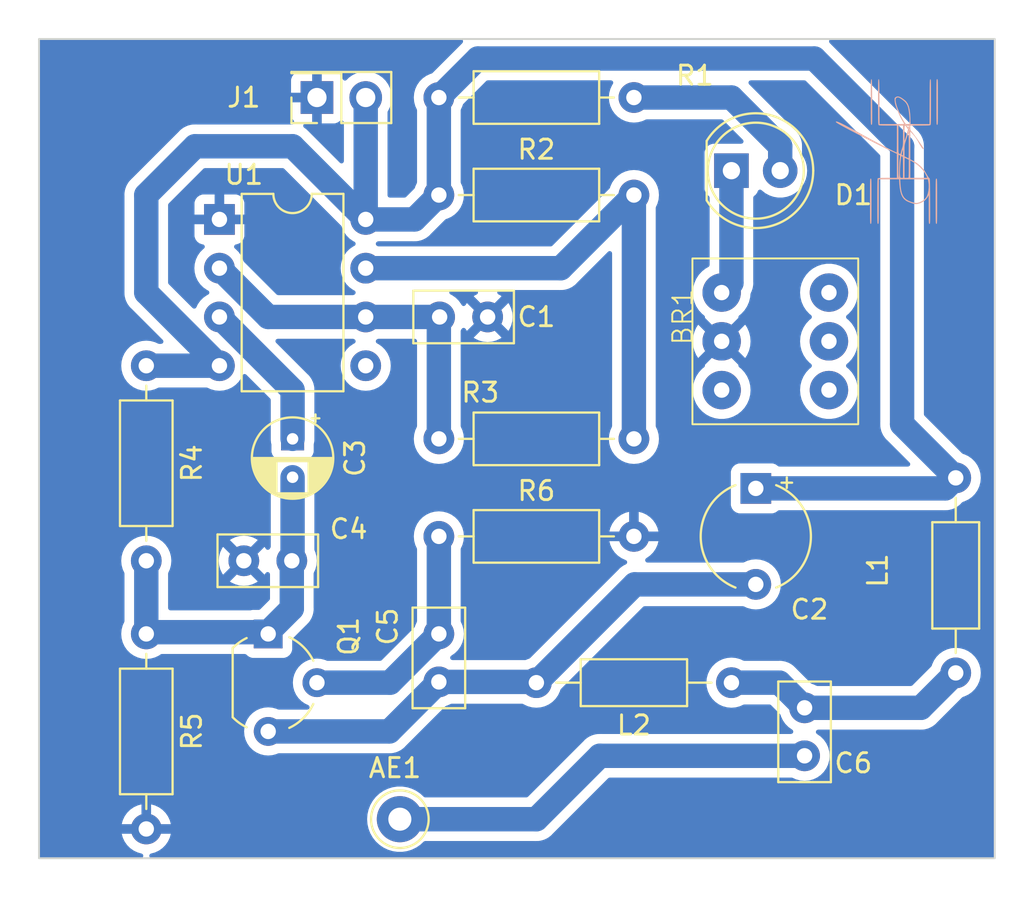
<source format=kicad_pcb>
(kicad_pcb (version 20221018) (generator pcbnew)
  (title_block (title "Jammer 555") (date "2023-12-27") (rev "1.0") (company "IFSP-GRU") (comment 1 "Israel R. Dutra"))
  (layers (0 "F.Cu" signal) (31 "B.Cu" signal) (34 "B.Paste" user) (35 "F.Paste" user) (36 "B.SilkS" user "B.Silkscreen") (37 "F.SilkS" user "F.Silkscreen") (38 "B.Mask" user) (39 "F.Mask" user) (44 "Edge.Cuts" user))
  (net 0 "")
  (net 1 "Net-(AE1-A)")
  (net 3 "Earth")
  (net 4 "Net-(D1-K)")
  (net 8 "Net-(U1-THR)")
  (net 9 "+9V")
  (net 10 "Net-(Q1-C)")
  (net 11 "/OUT")
  (net 12 "Net-(Q1-B)")
  (net 13 "Net-(Q1-E)")
  (net 14 "Net-(C6-Pad1)")
  (net 15 "Net-(D1-A)")
  (net 16 "Net-(U1-DIS)")
  (footprint "Resistor_THT:R_Axial_DIN0207_L6.3mm_D2.5mm_P10.16mm_Horizontal" (layer "F.Cu") (at 195.58 104.14)
    (fp_text reference "R2" (at 5.08 -2.37) (layer "F.SilkS"))
    (fp_text value "6.8K")
    (pad "1" thru_hole circle (at 0 0) (size 1.6 1.6) (drill 0.8) (layers "*.Cu" "*.Mask") (net 9 "+9V"))
    (pad "2" thru_hole oval (at 10.16 0) (size 1.6 1.6) (drill 0.8) (layers "*.Cu" "*.Mask") (net 16 "Net-(U1-DIS)"))
  )
  (footprint "Package_TO_SOT_THT:TO-92_Wide" (layer "F.Cu") (at 186.69 127 -90)
    (fp_text reference "Q1" (at 0.127 -4.19 -90) (layer "F.SilkS"))
    (fp_text value "BC495")
    (pad "1" thru_hole rect (at 0 0 270) (size 1.5 1.5) (drill 0.8) (layers "*.Cu" "*.Mask") (net 12 "Net-(Q1-B)"))
    (pad "2" thru_hole circle (at 2.54 -2.54 270) (size 1.5 1.5) (drill 0.8) (layers "*.Cu" "*.Mask") (net 13 "Net-(Q1-E)"))
    (pad "3" thru_hole circle (at 5.08 0 270) (size 1.5 1.5) (drill 0.8) (layers "*.Cu" "*.Mask") (net 10 "Net-(Q1-C)"))
  )
  (footprint "Capacitor_THT:CP_Radial_D4.0mm_P2.00mm" (layer "F.Cu") (at 187.96 116.84 -90)
    (fp_text reference "C3" (at 1 -3.25 90) (layer "F.SilkS"))
    (fp_text value "4.7uF")
    (pad "1" thru_hole rect (at 0 0 270) (size 1.2 1.2) (drill 0.6) (layers "*.Cu" "*.Mask") (net 11 "/OUT"))
    (pad "2" thru_hole circle (at 2 0 270) (size 1.2 1.2) (drill 0.6) (layers "*.Cu" "*.Mask") (net 12 "Net-(Q1-B)"))
  )
  (footprint "Capacitor_THT:C_Disc_D5.0mm_W2.5mm_P2.50mm" (layer "F.Cu") (at 214.63 130.85 -90)
    (fp_text reference "C6" (at 2.881 -2.54 -180) (layer "F.SilkS"))
    (fp_text value "4.7pF")
    (pad "1" thru_hole circle (at 0 0 270) (size 1.6 1.6) (drill 0.8) (layers "*.Cu" "*.Mask") (net 14 "Net-(C6-Pad1)"))
    (pad "2" thru_hole circle (at 2.5 0 270) (size 1.6 1.6) (drill 0.8) (layers "*.Cu" "*.Mask") (net 1 "Net-(AE1-A)"))
  )
  (footprint "Capacitor_THT:C_Disc_D5.0mm_W2.5mm_P2.50mm" (layer "F.Cu") (at 187.92 123.19 180)
    (fp_text reference "C4" (at -2.961 1.651) (layer "F.SilkS"))
    (fp_text value "47pF")
    (pad "1" thru_hole circle (at 0 0 180) (size 1.6 1.6) (drill 0.8) (layers "*.Cu" "*.Mask") (net 12 "Net-(Q1-B)"))
    (pad "2" thru_hole circle (at 2.5 0 180) (size 1.6 1.6) (drill 0.8) (layers "*.Cu" "*.Mask") (net 3 "Earth"))
  )
  (footprint "Inductor_THT:L_Axial_L5.3mm_D2.2mm_P10.16mm_Horizontal_Vishay_IM-1" (layer "F.Cu") (at 210.82 129.54 180)
    (fp_text reference "L2" (at 5.08 -2.22) (layer "F.SilkS"))
    (fp_text value "4 turn")
    (pad "1" thru_hole circle (at 0 0 180) (size 1.6 1.6) (drill 0.8) (layers "*.Cu" "*.Mask") (net 14 "Net-(C6-Pad1)"))
    (pad "2" thru_hole oval (at 10.16 0 180) (size 1.6 1.6) (drill 0.8) (layers "*.Cu" "*.Mask") (net 10 "Net-(Q1-C)"))
  )
  (footprint "Capacitor_THT:CP_Radial_Tantal_D5.5mm_P5.00mm" (layer "F.Cu") (at 212.09 119.42 -90)
    (fp_text reference "C2" (at 6.31 -2.794) (layer "F.SilkS"))
    (fp_text value "30pF")
    (pad "1" thru_hole rect (at 0 0 270) (size 1.6 1.6) (drill 0.8) (layers "*.Cu" "*.Mask") (net 9 "+9V"))
    (pad "2" thru_hole circle (at 5 0 270) (size 1.6 1.6) (drill 0.8) (layers "*.Cu" "*.Mask") (net 10 "Net-(Q1-C)"))
  )
  (footprint "Capacitor_THT:C_Disc_D5.0mm_W2.5mm_P2.50mm" (layer "F.Cu") (at 195.58 129.5 90)
    (fp_text reference "C5" (at 2.881 -2.667 90) (layer "F.SilkS"))
    (fp_text value "2pF")
    (pad "1" thru_hole circle (at 0 0 90) (size 1.6 1.6) (drill 0.8) (layers "*.Cu" "*.Mask") (net 10 "Net-(Q1-C)"))
    (pad "2" thru_hole circle (at 2.5 0 90) (size 1.6 1.6) (drill 0.8) (layers "*.Cu" "*.Mask") (net 13 "Net-(Q1-E)"))
  )
  (footprint "RDlib:Botão com retenção" (layer "F.Cu") (at 213.36 111.506 90)
    (fp_text reference "BR1" (at 1.016 -5.08 90 unlocked) (layer "F.SilkS") (effects (font (thickness 0.1))))
    (fp_text value "~")
    (pad "1" thru_hole circle (at -2.794 -3.048 90) (size 2 2) (drill 0.8) (layers "*.Cu" "*.Mask"))
    (pad "2" thru_hole circle (at -0.254 -3.048 90) (size 2 2) (drill 0.8) (layers "*.Cu" "*.Mask") (net 3 "Earth"))
    (pad "3" thru_hole circle (at 2.286 -3.048 90) (size 2 2) (drill 0.8) (layers "*.Cu" "*.Mask") (net 4 "Net-(D1-K)"))
    (pad "4" thru_hole circle (at 2.286 2.54 90) (size 2 2) (drill 0.8) (layers "*.Cu" "*.Mask"))
    (pad "5" thru_hole circle (at -0.254 2.54 90) (size 2 2) (drill 0.8) (layers "*.Cu" "*.Mask"))
    (pad "6" thru_hole circle (at -2.794 2.54 90) (size 2 2) (drill 0.8) (layers "*.Cu" "*.Mask"))
  )
  (footprint "Resistor_THT:R_Axial_DIN0207_L6.3mm_D2.5mm_P10.16mm_Horizontal" (layer "F.Cu") (at 195.58 121.92)
    (fp_text reference "R6" (at 5.08 -2.37) (layer "F.SilkS"))
    (fp_text value "220")
    (pad "1" thru_hole circle (at 0 0) (size 1.6 1.6) (drill 0.8) (layers "*.Cu" "*.Mask") (net 13 "Net-(Q1-E)"))
    (pad "2" thru_hole oval (at 10.16 0) (size 1.6 1.6) (drill 0.8) (layers "*.Cu" "*.Mask") (net 3 "Earth"))
  )
  (footprint "Resistor_THT:R_Axial_DIN0207_L6.3mm_D2.5mm_P10.16mm_Horizontal" (layer "F.Cu") (at 195.58 99.06)
    (fp_text reference "R1" (at 13.335 -1.143) (layer "F.SilkS"))
    (fp_text value "3.9K")
    (pad "1" thru_hole circle (at 0 0) (size 1.6 1.6) (drill 0.8) (layers "*.Cu" "*.Mask") (net 9 "+9V"))
    (pad "2" thru_hole oval (at 10.16 0) (size 1.6 1.6) (drill 0.8) (layers "*.Cu" "*.Mask") (net 15 "Net-(D1-A)"))
  )
  (footprint "Package_DIP:DIP-8_W7.62mm" (layer "F.Cu") (at 184.15 105.41)
    (fp_text reference "U1" (at 1.27 -2.33) (layer "F.SilkS"))
    (fp_text value "NA555P")
    (pad "1" thru_hole rect (at 0 0) (size 1.6 1.6) (drill 0.8) (layers "*.Cu" "*.Mask") (net 3 "Earth"))
    (pad "2" thru_hole oval (at 0 2.54) (size 1.6 1.6) (drill 0.8) (layers "*.Cu" "*.Mask") (net 8 "Net-(U1-THR)"))
    (pad "3" thru_hole oval (at 0 5.08) (size 1.6 1.6) (drill 0.8) (layers "*.Cu" "*.Mask") (net 11 "/OUT"))
    (pad "4" thru_hole oval (at 0 7.62) (size 1.6 1.6) (drill 0.8) (layers "*.Cu" "*.Mask") (net 9 "+9V"))
    (pad "5" thru_hole oval (at 7.62 7.62) (size 1.6 1.6) (drill 0.8) (layers "*.Cu" "*.Mask"))
    (pad "6" thru_hole oval (at 7.62 5.08) (size 1.6 1.6) (drill 0.8) (layers "*.Cu" "*.Mask") (net 8 "Net-(U1-THR)"))
    (pad "7" thru_hole oval (at 7.62 2.54) (size 1.6 1.6) (drill 0.8) (layers "*.Cu" "*.Mask") (net 16 "Net-(U1-DIS)"))
    (pad "8" thru_hole oval (at 7.62 0) (size 1.6 1.6) (drill 0.8) (layers "*.Cu" "*.Mask") (net 9 "+9V"))
  )
  (footprint "Resistor_THT:R_Axial_DIN0207_L6.3mm_D2.5mm_P10.16mm_Horizontal" (layer "F.Cu") (at 180.34 113.03 -90)
    (fp_text reference "R4" (at 5.08 -2.37 -90) (layer "F.SilkS"))
    (fp_text value "10K")
    (pad "1" thru_hole circle (at 0 0 270) (size 1.6 1.6) (drill 0.8) (layers "*.Cu" "*.Mask") (net 9 "+9V"))
    (pad "2" thru_hole oval (at 10.16 0 270) (size 1.6 1.6) (drill 0.8) (layers "*.Cu" "*.Mask") (net 12 "Net-(Q1-B)"))
  )
  (footprint "LED_THT:LED_D5.0mm_IRBlack" (layer "F.Cu") (at 210.82 102.87)
    (fp_text reference "D1" (at 6.35 1.27 180) (layer "F.SilkS"))
    (fp_text value "LED")
    (pad "1" thru_hole rect (at 0 0) (size 1.8 1.8) (drill 0.9) (layers "*.Cu" "*.Mask") (net 4 "Net-(D1-K)"))
    (pad "2" thru_hole circle (at 2.54 0) (size 1.8 1.8) (drill 0.9) (layers "*.Cu" "*.Mask") (net 15 "Net-(D1-A)"))
  )
  (footprint "Inductor_THT:L_Axial_L5.3mm_D2.2mm_P10.16mm_Horizontal_Vishay_IM-1" (layer "F.Cu") (at 222.504 118.872 -90)
    (fp_text reference "L1" (at 4.826 4.064 90) (layer "F.SilkS"))
    (fp_text value "3 turn")
    (pad "1" thru_hole circle (at 0 0 270) (size 1.6 1.6) (drill 0.8) (layers "*.Cu" "*.Mask") (net 9 "+9V"))
    (pad "2" thru_hole oval (at 10.16 0 270) (size 1.6 1.6) (drill 0.8) (layers "*.Cu" "*.Mask") (net 14 "Net-(C6-Pad1)"))
  )
  (footprint "Connector_PinSocket_2.54mm:PinSocket_2x01_P2.54mm_Vertical" (layer "F.Cu") (at 189.23 99.06 180)
    (fp_text reference "J1" (at 3.81 0 180) (layer "F.SilkS"))
    (fp_text value "Conn_01x02")
    (pad "1" thru_hole rect (at 0 0 180) (size 1.7 1.7) (drill 1) (layers "*.Cu" "*.Mask") (net 3 "Earth"))
    (pad "2" thru_hole oval (at -2.54 0 180) (size 1.7 1.7) (drill 1) (layers "*.Cu" "*.Mask") (net 9 "+9V"))
  )
  (footprint "Connector_Pin:Pin_D1.0mm_L10.0mm_LooseFit" (layer "F.Cu") (at 193.548 136.652)
    (fp_text reference "AE1" (at -0.254 -2.667) (layer "F.SilkS"))
    (fp_text value "Antenna")
    (pad "1" thru_hole circle (at 0 0) (size 2.4 2.4) (drill 1.2) (layers "*.Cu" "*.Mask") (net 1 "Net-(AE1-A)"))
  )
  (footprint "Resistor_THT:R_Axial_DIN0207_L6.3mm_D2.5mm_P10.16mm_Horizontal" (layer "F.Cu") (at 205.74 116.84 180)
    (fp_text reference "R3" (at 8.001 2.413 180) (layer "F.SilkS"))
    (fp_text value "82K")
    (pad "1" thru_hole circle (at 0 0 180) (size 1.6 1.6) (drill 0.8) (layers "*.Cu" "*.Mask") (net 16 "Net-(U1-DIS)"))
    (pad "2" thru_hole oval (at 10.16 0 180) (size 1.6 1.6) (drill 0.8) (layers "*.Cu" "*.Mask") (net 8 "Net-(U1-THR)"))
  )
  (footprint "Capacitor_THT:C_Disc_D5.0mm_W2.5mm_P2.50mm" (layer "F.Cu") (at 195.62 110.49)
    (fp_text reference "C1" (at 5.04 0) (layer "F.SilkS"))
    (fp_text value "3.3pF")
    (pad "1" thru_hole circle (at 0 0) (size 1.6 1.6) (drill 0.8) (layers "*.Cu" "*.Mask") (net 8 "Net-(U1-THR)"))
    (pad "2" thru_hole circle (at 2.5 0) (size 1.6 1.6) (drill 0.8) (layers "*.Cu" "*.Mask") (net 3 "Earth"))
  )
  (footprint "Resistor_THT:R_Axial_DIN0207_L6.3mm_D2.5mm_P10.16mm_Horizontal" (layer "F.Cu") (at 180.34 127 -90)
    (fp_text reference "R5" (at 5.08 -2.37 90) (layer "F.SilkS"))
    (fp_text value "5.6K")
    (pad "1" thru_hole circle (at 0 0 270) (size 1.6 1.6) (drill 0.8) (layers "*.Cu" "*.Mask") (net 12 "Net-(Q1-B)"))
    (pad "2" thru_hole oval (at 10.16 0 270) (size 1.6 1.6) (drill 0.8) (layers "*.Cu" "*.Mask") (net 3 "Earth"))
  )
  (footprint "LOGO" (layer "B.Cu") (at 219.837 102.362 180)
    (fp_text reference "G***" hide)
    (fp_text value "LOGO" hide)
  )
  (gr_rect (start 174.752 96.012) (end 224.536 138.684) (stroke (width 0.1)) (fill none) (layer "Edge.Cuts"))
  (segment (start 200.66 136.652) (end 193.548 136.652) (width 1.27) (layer "B.Cu") (net 1))
  (segment (start 203.962 133.35) (end 200.66 136.652) (width 1.27) (layer "B.Cu") (net 1))
  (segment (start 214.63 133.35) (end 203.962 133.35) (width 1.27) (layer "B.Cu") (net 1))
  (segment (start 210.82 108.712) (end 210.312 109.22) (width 1.27) (layer "B.Cu") (net 4))
  (segment (start 210.82 102.87) (end 210.82 108.712) (width 1.27) (layer "B.Cu") (net 4))
  (segment (start 191.77 110.49) (end 186.69 110.49) (width 1.27) (layer "B.Cu") (net 8))
  (segment (start 195.58 110.53) (end 195.62 110.49) (width 1.27) (layer "B.Cu") (net 8))
  (segment (start 195.58 116.84) (end 195.58 110.53) (width 1.27) (layer "B.Cu") (net 8))
  (segment (start 195.62 110.49) (end 191.77 110.49) (width 1.27) (layer "B.Cu") (net 8))
  (segment (start 186.69 110.49) (end 184.15 107.95) (width 1.27) (layer "B.Cu") (net 8))
  (segment (start 221.956 119.42) (end 222.504 118.872) (width 1.27) (layer "B.Cu") (net 9))
  (segment (start 219.71 101.6) (end 219.71 116.078) (width 1.27) (layer "B.Cu") (net 9))
  (segment (start 219.71 116.078) (end 222.504 118.872) (width 1.27) (layer "B.Cu") (net 9))
  (segment (start 187.96 101.6) (end 191.77 105.41) (width 1.27) (layer "B.Cu") (net 9))
  (segment (start 184.15 113.03) (end 180.34 113.03) (width 1.27) (layer "B.Cu") (net 9))
  (segment (start 215.138 97.028) (end 219.71 101.6) (width 1.27) (layer "B.Cu") (net 9))
  (segment (start 212.09 119.42) (end 221.956 119.42) (width 1.27) (layer "B.Cu") (net 9))
  (segment (start 182.88 101.6) (end 187.96 101.6) (width 1.27) (layer "B.Cu") (net 9))
  (segment (start 184.15 113.03) (end 180.34 109.22) (width 1.27) (layer "B.Cu") (net 9))
  (segment (start 195.58 99.06) (end 197.612 97.028) (width 1.27) (layer "B.Cu") (net 9))
  (segment (start 191.77 105.41) (end 194.31 105.41) (width 1.27) (layer "B.Cu") (net 9))
  (segment (start 195.58 104.14) (end 195.58 99.06) (width 1.27) (layer "B.Cu") (net 9))
  (segment (start 180.34 104.14) (end 182.88 101.6) (width 1.27) (layer "B.Cu") (net 9))
  (segment (start 197.612 97.028) (end 215.138 97.028) (width 1.27) (layer "B.Cu") (net 9))
  (segment (start 194.31 105.41) (end 195.58 104.14) (width 1.27) (layer "B.Cu") (net 9))
  (segment (start 191.77 105.41) (end 191.77 99.06) (width 1.27) (layer "B.Cu") (net 9))
  (segment (start 180.34 109.22) (end 180.34 104.14) (width 1.27) (layer "B.Cu") (net 9))
  (segment (start 200.62 129.5) (end 200.66 129.54) (width 1.27) (layer "B.Cu") (net 10))
  (segment (start 186.73 132.04) (end 186.69 132.08) (width 1.27) (layer "B.Cu") (net 10))
  (segment (start 193 132.08) (end 195.58 129.5) (width 1.27) (layer "B.Cu") (net 10))
  (segment (start 205.78 124.42) (end 200.66 129.54) (width 1.27) (layer "B.Cu") (net 10))
  (segment (start 195.58 129.5) (end 200.62 129.5) (width 1.27) (layer "B.Cu") (net 10))
  (segment (start 186.69 132.08) (end 193 132.08) (width 1.27) (layer "B.Cu") (net 10))
  (segment (start 212.09 124.42) (end 205.78 124.42) (width 1.27) (layer "B.Cu") (net 10))
  (segment (start 187.96 114.3) (end 184.15 110.49) (width 1.27) (layer "B.Cu") (net 11))
  (segment (start 187.96 116.84) (end 187.96 114.3) (width 1.27) (layer "B.Cu") (net 11))
  (segment (start 180.34 127) (end 180.43 126.91) (width 1.27) (layer "B.Cu") (net 12))
  (segment (start 180.43 126.91) (end 186.69 126.91) (width 1.27) (layer "B.Cu") (net 12))
  (segment (start 187.92 123.19) (end 187.92 125.68) (width 1.27) (layer "B.Cu") (net 12))
  (segment (start 187.92 125.68) (end 186.69 126.91) (width 1.27) (layer "B.Cu") (net 12))
  (segment (start 180.34 127) (end 180.34 123.19) (width 1.27) (layer "B.Cu") (net 12))
  (segment (start 187.96 118.84) (end 187.96 123.15) (width 1.27) (layer "B.Cu") (net 12))
  (segment (start 187.96 123.15) (end 187.92 123.19) (width 1.27) (layer "B.Cu") (net 12))
  (segment (start 193.04 129.54) (end 195.58 127) (width 1.27) (layer "B.Cu") (net 13))
  (segment (start 195.58 127) (end 195.58 121.92) (width 1.27) (layer "B.Cu") (net 13))
  (segment (start 189.23 129.54) (end 193.04 129.54) (width 1.27) (layer "B.Cu") (net 13))
  (segment (start 213.32 129.54) (end 214.63 130.85) (width 1.27) (layer "B.Cu") (net 14))
  (segment (start 210.82 129.54) (end 213.32 129.54) (width 1.27) (layer "B.Cu") (net 14))
  (segment (start 220.686 130.85) (end 222.504 129.032) (width 1.27) (layer "B.Cu") (net 14))
  (segment (start 214.63 130.85) (end 220.686 130.85) (width 1.27) (layer "B.Cu") (net 14))
  (segment (start 213.36 101.597208) (end 213.36 102.87) (width 1.27) (layer "B.Cu") (net 15))
  (segment (start 210.822792 99.06) (end 213.36 101.597208) (width 1.27) (layer "B.Cu") (net 15))
  (segment (start 205.74 99.06) (end 210.822792 99.06) (width 1.27) (layer "B.Cu") (net 15))
  (segment (start 201.93 107.95) (end 205.74 104.14) (width 1.27) (layer "B.Cu") (net 16))
  (segment (start 205.74 104.14) (end 205.74 116.84) (width 1.27) (layer "B.Cu") (net 16))
  (segment (start 191.77 107.95) (end 201.93 107.95) (width 1.27) (layer "B.Cu") (net 16))
  (zone (net 3) (net_name "Earth") (layer "B.Cu") (connect_pads (clearance 0.5)) (min_thickness 0.25) (fill yes (thermal_gap 0.5) (thermal_bridge_width 0.5))
    (polygon (pts (xy 172.72 93.98) (xy 226.06 93.98) (xy 226.06 140.97) (xy 172.72 140.97)))
  )
)
</source>
